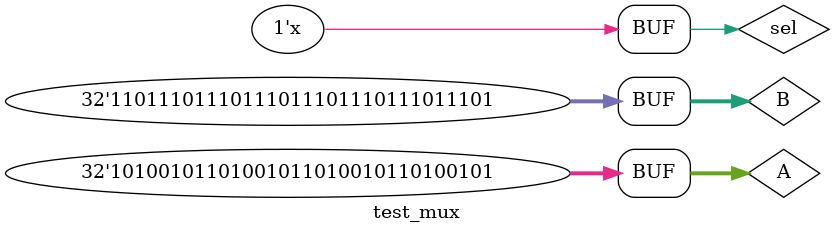
<source format=v>
`include"mux.v"
`timescale 1ns / 1ps

module test_mux;
	wire [31:0] Y;
	reg [31:0] A, B;
	reg sel;

	mux mux1 (Y,A,B,sel);

	initial begin
		A = 32'hAAAAAAAA;
		B = 32'h55555555;
		sel = 1'b1;
		#10;
		A = 32'h00000000;
		#10;
		sel = 1'b1;
		#10;
		B = 32'hFFFFFFFF;
		#5;
		A = 32'hA5A5A5A5;
		#5;
		sel = 1'b0;
		B = 32'hDDDDDDDD;
		#5;
		sel = 1'bx;
	end

	always @(A or B or sel)
		#1 $display("At t = %0d sel = %b A = %h B = %h Y = %h",
			$time, sel, A, B, Y);
endmodule
</source>
